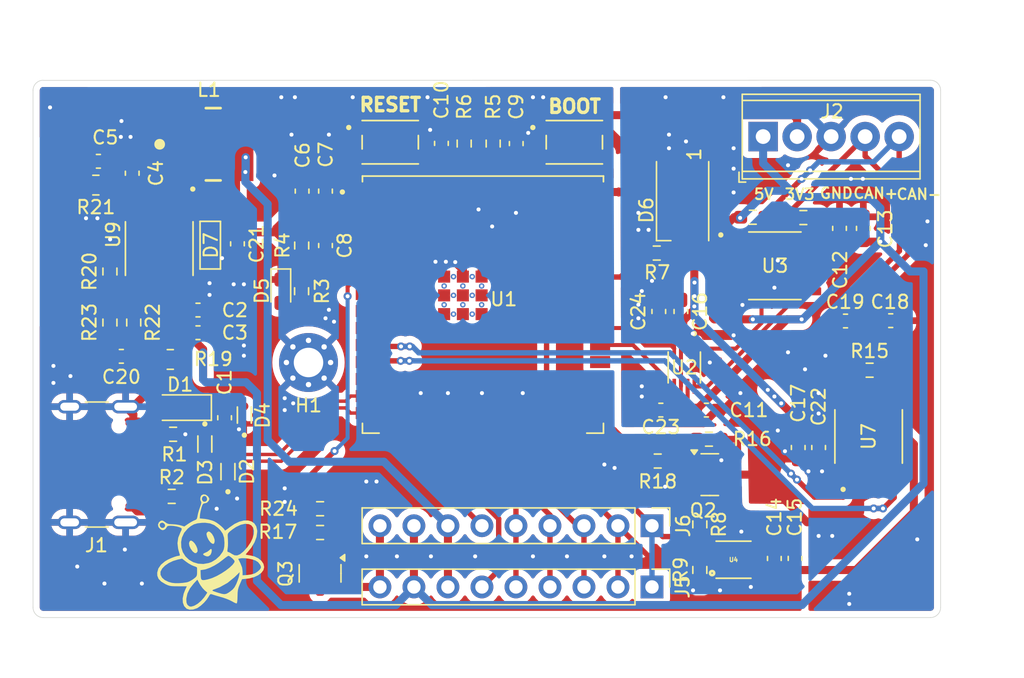
<source format=kicad_pcb>
(kicad_pcb (version 20240108) (generator "pcbnew") (generator_version "8.0")
  (layers (0 "F.Cu" signal) (31 "B.Cu" signal) (34 "B.Paste" user) (35 "F.Paste" user) (36 "B.SilkS" user "B.Silkscreen") (37 "F.SilkS" user "F.Silkscreen") (38 "B.Mask" user) (39 "F.Mask" user) (44 "Edge.Cuts" user))
  (net 0 "")
  (net 1 "VCC_5V")
  (net 2 "GND")
  (net 3 "Net-(U9-FB)")
  (net 4 "Net-(U9-COMP)")
  (net 5 "Net-(C5-Pad1)")
  (net 6 "ESP_3V3")
  (net 7 "CHIP_PU")
  (net 8 "GPIO0")
  (net 9 "Net-(C20-Pad1)")
  (net 10 "Net-(D1-A)")
  (net 11 "D+")
  (net 12 "D-")
  (net 13 "Net-(D5-A)")
  (net 15 "Net-(D6-DIN)")
  (net 16 "Net-(U9-OUT)")
  (net 19 "Net-(J1-CC2)")
  (net 20 "Net-(J1-CC1)")
  (net 21 "SPI_SCK")
  (net 22 "ADC1")
  (net 23 "SPI_MISO")
  (net 24 "I2C_SCK")
  (net 25 "SPI_MOSI")
  (net 26 "I2C_SDA")
  (net 27 "ADC2")
  (net 28 "RGB")
  (net 29 "SCL_ESP")
  (net 30 "SDA_ESP")
  (net 31 "Net-(U9-FSW)")
  (net 43 "RX_CAN")
  (net 47 "TX_CAN")
  (net 53 "GND_OUT")
  (net 54 "GND_CONN")
  (net 55 "Net-(Q2-G)")
  (net 56 "Net-(Q3-G)")
  (net 57 "MOSFET_CONN")
  (net 58 "MOSFET_OUT")
  (net 60 "CAN-")
  (net 61 "CAN+")
  (net 62 "I2C_SCL_LINE")
  (net 63 "I2C_SDA_LINE")
  (footprint "Resistor_SMD:R_0603_1608Metric_Pad0.98x0.95mm_HandSolder" (layer "F.Cu") (at 55.15 43.75 90)
    (property "Reference" "R3")
    (property "Value" "75")
  )
  (footprint "Connector_USB:USB_C_Receptacle_GCT_USB4105-xx-A_16P_TopMnt_Horizontal" (layer "F.Cu") (at 38.902 56.694 -90)
    (property "Reference" "J1")
    (property "Value" "USB_C_Receptacle_USB2.0_16P")
  )
  (footprint "Diode_SMD:Nexperia_CFP3_SOD-123W" (layer "F.Cu") (at 46.152 52.444 180)
    (property "Reference" "D1")
    (property "Value" "1N5819")
  )
  (footprint "Capacitor_SMD:C_0603_1608Metric_Pad1.08x0.95mm_HandSolder" (layer "F.Cu") (at 49.4 53.2 -90)
    (property "Reference" "C1")
    (property "Value" "10uf")
  )
  (footprint "Capacitor_SMD:C_0603_1608Metric_Pad1.08x0.95mm_HandSolder" (layer "F.Cu") (at 92.242 55.424 -90)
    (property "Reference" "C17")
    (property "Value" "100nf")
  )
  (footprint "Resistor_SMD:R_0603_1608Metric_Pad0.98x0.95mm_HandSolder" (layer "F.Cu") (at 40.835 42.278 90)
    (property "Reference" "R20")
    (property "Value" "10k")
  )
  (footprint "Resistor_SMD:R_0603_1608Metric_Pad0.98x0.95mm_HandSolder" (layer "F.Cu") (at 84.893 61.1625 -90)
    (property "Reference" "R8")
    (property "Value" "4k7")
  )
  (footprint "Capacitor_SMD:C_0603_1608Metric_Pad1.08x0.95mm_HandSolder" (layer "F.Cu") (at 97.104 39.056 90)
    (property "Reference" "C13")
    (property "Value" "100nF")
  )
  (footprint "Capacitor_SMD:C_0603_1608Metric_Pad1.08x0.95mm_HandSolder" (layer "F.Cu") (at 56.936 36.2735 90)
    (property "Reference" "C7")
    (property "Value" "100nF")
  )
  (footprint "Package_TO_SOT_SMD:SOT-23" (layer "F.Cu") (at 56.5315 64.822 -90)
    (property "Reference" "Q3")
    (property "Value" "AO3400A")
  )
  (footprint "LED_SMD:LED_0603_1608Metric_Pad1.05x0.95mm_HandSolder" (layer "F.Cu") (at 53.6 43.75 -90)
    (property "Reference" "D5")
    (property "Value" "PWRLED")
  )
  (footprint "Capacitor_SMD:C_0603_1608Metric_Pad1.08x0.95mm_HandSolder" (layer "F.Cu") (at 95.775 45.975 180)
    (property "Reference" "C19")
    (property "Value" "30pF")
  )
  (footprint "Capacitor_SMD:C_0603_1608Metric_Pad1.08x0.95mm_HandSolder" (layer "F.Cu") (at 55.188 36.2735 90)
    (property "Reference" "C6")
    (property "Value" "10uf")
  )
  (footprint "MountingHole:MountingHole_2.2mm_M2_Pad_Via" (layer "F.Cu") (at 55.666 49.074 180)
    (property "Reference" "H1")
    (property "Value" "MountingHole_Pad_MP")
  )
  (footprint "LOGO" (layer "F.Cu") (at 48.325 63.225)
    (property "Reference" "G***" (hide yes))
    (property "Value" "LOGO" (hide yes))
  )
  (footprint "Resistor_SMD:R_0603_1608Metric_Pad0.98x0.95mm_HandSolder" (layer "F.Cu") (at 67.293 32.723 -90)
    (property "Reference" "R6")
    (property "Value" "10k")
  )
  (footprint "Capacitor_SMD:C_0603_1608Metric_Pad1.08x0.95mm_HandSolder" (layer "F.Cu") (at 81.9815 52.63)
    (property "Reference" "C23")
    (property "Value" "1uf")
  )
  (footprint "Capacitor_SMD:C_0603_1608Metric_Pad1.08x0.95mm_HandSolder" (layer "F.Cu") (at 85.384 52.63)
    (property "Reference" "C11")
    (property "Value" "100nF")
  )
  (footprint "Resistor_SMD:R_0603_1608Metric_Pad0.98x0.95mm_HandSolder" (layer "F.Cu") (at 85.575 54.8)
    (property "Reference" "R16")
    (property "Value" "10k")
  )
  (footprint "Capacitor_SMD:C_0603_1608Metric_Pad1.08x0.95mm_HandSolder" (layer "F.Cu") (at 50.36 40.2105 -90)
    (property "Reference" "C21")
    (property "Value" "22uF")
  )
  (footprint "Resistor_SMD:R_0603_1608Metric_Pad0.98x0.95mm_HandSolder" (layer "F.Cu") (at 88.85 38.225 180)
    (property "Reference" "R13" (hide yes))
    (property "Value" "R")
  )
  (footprint "Resistor_SMD:R_0805_2012Metric_Pad1.20x1.40mm_HandSolder" (layer "F.Cu") (at 45.344732 48.846943)
    (property "Reference" "R19")
    (property "Value" "400k")
  )
  (footprint "PMEG2010AEH:SOD-123" (layer "F.Cu") (at 48.328 40.311 -90)
    (property "Reference" "D7")
    (property "Value" "D_Schottky")
  )
  (footprint "Capacitor_SMD:C_0603_1608Metric_Pad1.08x0.95mm_HandSolder" (layer "F.Cu") (at 83.479 45.264 -90)
    (property "Reference" "C16")
    (property "Value" "100nF")
  )
  (footprint "Capacitor_SMD:C_0603_1608Metric_Pad1.08x0.95mm_HandSolder" (layer "F.Cu") (at 90.458 63.7115 90)
    (property "Reference" "C14")
    (property "Value" "100nf")
  )
  (footprint "LESD5D5.0CT1G:TVS_LESD5D5.0CT1G" (layer "F.Cu") (at 49.65 57.225 90)
    (property "Reference" "D2")
    (property "Value" "LESD5D5.0CT1G")
  )
  (footprint "LESD5D5.0CT1G:TVS_LESD5D5.0CT1G" (layer "F.Cu") (at 50.875 53 90)
    (property "Reference" "D4")
    (property "Value" "LESD5D5.0CT1G")
  )
  (footprint "SN65HVD230:SOIC127P599X175-8N" (layer "F.Cu") (at 97.5 54.6 90)
    (property "Reference" "U7")
    (property "Value" "SN65HVD230")
  )
  (footprint "Resistor_SMD:R_0603_1608Metric_Pad0.98x0.95mm_HandSolder" (layer "F.Cu") (at 81.675 40.9)
    (property "Reference" "R7")
    (property "Value" "0R")
  )
  (footprint "Capacitor_SMD:C_0603_1608Metric_Pad1.08x0.95mm_HandSolder" (layer "F.Cu") (at 56.936 40.3375 -90)
    (property "Reference" "C8")
    (property "Value" "1uf")
  )
  (footprint "Capacitor_SMD:C_0603_1608Metric_Pad1.08x0.95mm_HandSolder" (layer "F.Cu") (at 71.181 32.723 90)
    (property "Reference" "C9")
    (property "Value" "100nF")
  )
  (footprint "Capacitor_SMD:C_0603_1608Metric_Pad1.08x0.95mm_HandSolder" (layer "F.Cu") (at 81.828 45.264 -90)
    (property "Reference" "C24")
    (property "Value" "1uf")
  )
  (footprint "Resistor_SMD:R_0603_1608Metric_Pad0.98x0.95mm_HandSolder" (layer "F.Cu") (at 84.893 64.568 90)
    (property "Reference" "R9")
    (property "Value" "4k7")
  )
  (footprint "Resistor_SMD:R_0603_1608Metric_Pad0.98x0.95mm_HandSolder" (layer "F.Cu") (at 42.613 46.088 -90)
    (property "Reference" "R22")
    (property "Value" "47k")
  )
  (footprint "Resistor_SMD:R_0603_1608Metric_Pad0.98x0.95mm_HandSolder" (layer "F.Cu") (at 56.5315 59.996)
    (property "Reference" "R24")
    (property "Value" "220")
  )
  (footprint "TCA9406DCUR:SOP50P310X90-8N" (layer "F.Cu") (at 83.733 49.4435 -90)
    (property "Reference" "U2")
    (property "Value" "TCA9406DC")
  )
  (footprint "Package_TO_SOT_SMD:SOT-23" (layer "F.Cu") (at 85.6375 57.45)
    (property "Reference" "Q2")
    (property "Value" "AO3400A")
  )
  (footprint "Resistor_SMD:R_0603_1608Metric_Pad0.98x0.95mm_HandSolder" (layer "F.Cu") (at 56.5315 61.774 180)
    (property "Reference" "R17")
    (property "Value" "10k")
  )
  (footprint "Capacitor_SMD:C_0603_1608Metric_Pad1.08x0.95mm_HandSolder" (layer "F.Cu") (at 95.326 39.056 90)
    (property "Reference" "C12")
    (property "Value" "1uf")
  )
  (footprint "Resistor_SMD:R_0603_1608Metric_Pad0.98x0.95mm_HandSolder" (layer "F.Cu") (at 45.45 59.075)
    (property "Reference" "R2")
    (property "Value" "5k1")
  )
  (footprint "Resistor_SMD:R_0603_1608Metric_Pad0.98x0.95mm_HandSolder" (layer "F.Cu") (at 40.835 46.088 -90)
    (property "Reference" "R23")
    (property "Value" "10k")
  )
  (footprint "Capacitor_SMD:C_0603_1608Metric_Pad1.08x0.95mm_HandSolder" (layer "F.Cu") (at 42.500035 34.938955 90)
    (property "Reference" "C4")
    (property "Value" "14pF")
  )
  (footprint "Resistor_SMD:R_0603_1608Metric_Pad0.98x0.95mm_HandSolder" (layer "F.Cu") (at 55.158 40.3375 90)
    (property "Reference" "R4")
    (property "Value" "10k")
  )
  (footprint "Capacitor_SMD:C_0603_1608Metric_Pad1.08x0.95mm_HandSolder" (layer "F.Cu") (at 65.593 32.7105 90)
    (property "Reference" "C10")
    (property "Value" "100nF")
  )
  (footprint "Capacitor_SMD:C_0603_1608Metric_Pad1.08x0.95mm_HandSolder" (layer "F.Cu") (at 93.766 55.424 -90)
    (property "Reference" "C22")
    (property "Value" "1uF")
  )
  (footprint "Capacitor_SMD:C_0603_1608Metric_Pad1.08x0.95mm_HandSolder" (layer "F.Cu") (at 99.15 45.95)
    (property "Reference" "C18")
    (property "Value" "30pF")
  )
  (footprint "Connector_PinHeader_2.54mm:PinHeader_1x09_P2.54mm_Vertical" (layer "F.Cu") (at 81.32 65.838 -90)
    (property "Reference" "J5")
    (property "Value" "Conn_01x09_Pin")
  )
  (footprint "Resistor_SMD:R_0603_1608Metric_Pad0.98x0.95mm_HandSolder" (layer "F.Cu") (at 92.625 38.25)
    (property "Reference" "R14" (hide yes))
    (property "Value" "R")
  )
  (footprint "LED_SMD:LED_SK6812MINI_PLCC4_3.5x3.5mm_P1.75mm" (layer "F.Cu") (at 83.606 37.023 -90)
    (property "Reference" "D6")
    (property "Value" "SK6812MINI")
  )
  (footprint "Capacitor_SMD:C_0603_1608Metric_Pad1.08x0.95mm_HandSolder" (layer "F.Cu") (at 39.975 34.047)
    (property "Reference" "C5")
    (property "Value" "33nF")
  )
  (footprint "Capacitor_SMD:C_0603_1608Metric_Pad1.08x0.95mm_HandSolder" (layer "F.Cu") (at 41.687771 48.613035)
    (property "Reference" "C20")
    (property "Value" "22nF")
  )
  (footprint "P82B715D:SOIC127P599X175-8N" (layer "F.Cu") (at 90.5 41.85)
    (property "Reference" "U3")
    (property "Value" "P82B715D")
  )
  (footprint "Resistor_SMD:R_0603_1608Metric_Pad0.98x0.95mm_HandSolder" (layer "F.Cu") (at 69.459 32.723 -90)
    (property "Reference" "R5")
    (property "Value" "10k")
  )
  (footprint "Resistor_SMD:R_0603_1608Metric_Pad0.98x0.95mm_HandSolder" (layer "F.Cu") (at 45.5545 54.434)
    (property "Reference" "R1")
    (property "Value" "5k1")
  )
  (footprint "ESP32-S3-WROOM-1U:XCVR_ESP32-S3-WROOM-1U" (layer "F.Cu") (at 68.695 44.75)
    (property "Reference" "U1")
    (property "Value" "ESP32-S3-WROOM-1U")
  )
  (footprint "LESD5D5.0CT1G:TVS_LESD5D5.0CT1G" (layer "F.Cu") (at 47.925 55.1625 -90)
    (property "Reference" "D3")
    (property "Value" "LESD5D5.0CT1G")
  )
  (footprint "PTS810_SJM_250_SMTR_LFS:SW_PTS810_SJM_250_SMTR_LFS" (layer "F.Cu") (at 75.521 32.623)
    (property "Reference" "SW1" (hide yes))
    (property "Value" "PTS810_SJM_250_SMTR_LFS" (hide yes))
  )
  (footprint "Resistor_SMD:R_0603_1608Metric_Pad0.98x0.95mm_HandSolder" (layer "F.Cu") (at 81.749 56.434)
    (property "Reference" "R18")
    (property "Value" "220")
  )
  (footprint "PTS810_SJM_250_SMTR_LFS:SW_PTS810_SJM_250_SMTR_LFS" (layer "F.Cu") (at 61.771 32.623)
    (property "Reference" "SW2" (hide yes))
    (property "Value" "PTS810_SJM_250_SMTR_LFS" (hide yes))
  )
  (footprint "Connector_PinHeader_2.54mm:PinHeader_1x09_P2.54mm_Vertical" (layer "F.Cu") (at 81.32 61.266 -90)
    (property "Reference" "J6")
    (property "Value" "Conn_01x09_Pin")
  )
  (footprint "L5987A:SOIC127P600X170-9N" (layer "F.Cu") (at 44.518 40.565 -90)
    (property "Reference" "U9")
    (property "Value" "L5987")
  )
  (footprint "Resistor_SMD:R_0603_1608Metric_Pad0.98x0.95mm_HandSolder" (layer "F.Cu") (at 97.575 49.65)
    (property "Reference" "R15")
    (property "Value" "120")
  )
  (footprint "WE-PD2_5848:WE-PD2_5848" (layer "F.Cu") (at 48.55 32.775)
    (property "Reference" "L1")
    (property "Value" "4.7uH")
  )
  (footprint "TerminalBlock_Phoenix:TerminalBlock_Phoenix_MPT-0,5-5-2.54_1x05_P2.54mm_Horizontal" (layer "F.Cu") (at 89.62 32.2)
    (property "Reference" "J2")
    (property "Value" "Conn_01x05_Pin")
  )
  (footprint "Capacitor_SMD:C_0603_1608Metric_Pad1.08x0.95mm_HandSolder" (layer "F.Cu") (at 47.4125 45.159)
    (property "Reference" "C2")
    (property "Value" "220nF")
  )
  (footprint "Capacitor_SMD:C_0603_1608Metric_Pad1.08x0.95mm_HandSolder" (layer "F.Cu") (at 47.4125 46.85)
    (property "Reference" "C3")
    (property "Value" "10uF")
  )
  (footprint "BME280:PSON65P250X250X100-8N" (layer "F.Cu") (at 87.41 63.8035 180)
    (property "Reference" "U4")
    (property "Value" "BME280")
  )
  (footprint "Capacitor_SMD:C_0603_1608Metric_Pad1.08x0.95mm_HandSolder" (layer "F.Cu") (at 92.005 63.7055 90)
    (property "Reference" "C15")
    (property "Value" "1uF")
  )
  (footprint "Resistor_SMD:R_0805_2012Metric_Pad1.20x1.40mm_HandSolder" (layer "F.Cu") (at 39.784231 35.824832 180)
    (property "Reference" "R21")
    (property "Value" "100k")
  )
  (gr_line (start 35.854 68.124) (end 102.117185 68.124) (stroke (width 0.05)) (layer "Edge.Cuts"))
  (gr_line (start 35.092 67.362) (end 35.092 28.754) (stroke (width 0.05)) (layer "Edge.Cuts"))
  (gr_line (start 102.117185 27.992) (end 35.854 28) (stroke (width 0.05)) (layer "Edge.Cuts"))
  (gr_arc (start 35.092 28.754) (mid 35.315185 28.215185) (end 35.854 27.992) (stroke (width 0.05)) (layer "Edge.Cuts"))
  (gr_arc (start 35.854 68.124) (mid 35.315185 67.900815) (end 35.092 67.362) (stroke (width 0.05)) (layer "Edge.Cuts"))
  (gr_arc (start 102.879185 67.362) (mid 102.656 67.900815) (end 102.117185 68.124) (stroke (width 0.05)) (layer "Edge.Cuts"))
  (gr_line (start 102.879185 67.362) (end 102.879185 28.754) (stroke (width 0.05)) (layer "Edge.Cuts"))
  (gr_arc (start 102.117185 27.992) (mid 102.656 28.215185) (end 102.879185 28.754) (stroke (width 0.05)) (layer "Edge.Cuts"))
  (gr_text "GND" (at 93.775 36.9 0) (layer "F.SilkS") (effects (font (size 0.8 0.8) (thickness 0.15) (bold yes)) (justify left bottom)))
  (gr_text "CAN-" (at 99.5 36.975 0) (layer "F.SilkS") (effects (font (size 0.8 0.8) (thickness 0.15) (bold yes)) (justify left bottom)))
  (gr_text "CAN+" (at 96.275 36.9 0) (layer "F.SilkS") (effects (font (size 0.8 0.8) (thickness 0.15) (bold yes)) (justify left bottom)))
  (gr_text "3V3" (at 91.15 36.975 0) (layer "F.SilkS") (effects (font (size 0.8 0.8) (thickness 0.15) (bold yes)) (justify left bottom)))
  (gr_text "5V" (at 88.85 36.975 0) (layer "F.SilkS") (effects (font (size 0.8 0.8) (thickness 0.15) (bold yes)) (justify left bottom)))
  (gr_text "RESET" (at 59.349 30.405 0) (layer "F.SilkS") (effects (font (size 1 1) (thickness 0.25) (bold yes)) (justify left bottom)))
  (gr_text "BOOT" (at 73.446 30.532 0) (layer "F.SilkS") (effects (font (size 1 1) (thickness 0.25) (bold yes)) (justify left bottom)))
  (segment (start 47.792 50.09) (end 47.792 48.092) (width 0.6) (layer "F.Cu") (net 1))
  (segment (start 92.496 45.85) (end 91.395583 45.85) (width 0.6) (layer "F.Cu") (net 1))
  (segment (start 84.615583 52.63) (end 84.5215 52.63) (width 0.6) (layer "F.Cu") (net 1))
  (segment (start 46.423 45.032) (end 46.55 45.159) (width 0.6) (layer "F.Cu") (net 1))
  (segment (start 47.792 48.092) (end 46.55 46.85) (width 0.6) (layer "F.Cu") (net 1))
  (segment (start 83.983 50.8485) (end 83.983 52.0915) (width 0.3) (layer "F.Cu") (net 1))
  (segment (start 83.983 52.0915) (end 84.5215 52.63) (width 0.3) (layer "F.Cu") (net 1))
  (segment (start 98.375 40.05) (end 97.2355 40.05) (width 0.6) (layer "F.Cu") (net 1))
  (segment (start 88.85 45.85) (end 85.97 45.85) (width 0.6) (layer "F.Cu") (net 1))
  (segment (start 47.552 52.444) (end 47.2375 52.1295) (width 0.6) (layer "F.Cu") (net 1))
  (segment (start 92.97 39.945) (end 94.775 39.945) (width 0.6) (layer "F.Cu") (net 1))
  (segment (start 50.771 52.444) (end 50.875 52.34) (width 0.6) (layer "F.Cu") (net 1))
  (segment (start 94.775 39.4875) (end 93.5375 38.25) (width 0.6) (layer "F.Cu") (net 1))
  (segment (start 91.395583 45.85) (end 84.615583 52.63) (width 0.6) (layer "F.Cu") (net 1))
  (segment (start 84.5215 52.503) (end 84.530451 52.503) (width 0.3) (layer "F.Cu") (net 1))
  (segment (start 85.8775 39.7975) (end 87.45 38.225) (width 0.6) (layer "F.Cu") (net 1))
  (segment (start 46.423 43.04) (end 46.423 45.032) (width 0.6) (layer "F.Cu") (net 1))
  (segment (start 87.45 38.225) (end 87.9375 38.225) (width 0.6) (layer "F.Cu") (net 1))
  (segment (start 47.552 52.444) (end 50.771 52.444) (width 0.6) (layer "F.Cu") (net 1))
  (segment (start 84.5215 52.63) (end 82.844 52.63) (width 0.6) (layer "F.Cu") (net 1))
  (segment (start 94.775 39.945) (end 94.775 39.4875) (width 0.6) (layer "F.Cu") (net 1))
  (segment (start 85.8775 45.7575) (end 85.8775 39.7975) (width 0.6) (layer "F.Cu") (net 1))
  (segment (start 94.775 39.945) (end 97.0775 39.945) (width 0.6) (layer "F.Cu") (net 1))
  (segment (start 46.55 45.159) (end 46.55 46.85) (width 0.6) (layer "F.Cu") (net 1))
  (segment (start 97.0775 39.945) (end 97.104 39.9185) (width 0.6) (layer "F.Cu") (net 1))
  (segment (start 97.2355 40.05) (end 97.104 39.9185) (width 0.6) (layer "F.Cu") (net 1))
  (segment (start 85.97 45.85) (end 85.8775 45.7575) (width 0.6) (layer "F.Cu") (net 1))
  (segment (start 63.54 65.838) (end 63.54 61.266) (width 0.6) (layer "F.Cu") (net 1))
  (via (at 87.9 38.275) (size 0.6) (drill 0.3) (layers "F.Cu" "B.Cu") (net 1))
  (via (at 92.496 45.85) (size 0.6) (drill 0.3) (layers "F.Cu" "B.Cu") (net 1))
  (via (at 88.85 45.85) (size 0.6) (drill 0.3) (layers "F.Cu" "B.Cu") (net 1))
  (via (at 98.375 40.05) (size 0.6) (drill 0.3) (layers "F.Cu" "B.Cu") (net 1))
  (segment (start 51.815548 65.389866) (end 51.815548 51.365548) (width 0.6) (layer "B.Cu") (net 1))
  (segment (start 91.2 36.25) (end 89.925 36.25) (width 0.6) (layer "B.Cu") (net 1))
  (segment (start 97.541764 36.716764) (end 98.375 37.55) (width 0.6) (layer "B.Cu") (net 1))
  (segment (start 64.89 67.188) (end 92.518371 67.188) (width 0.6) (layer "B.Cu") (net 1))
  (segment (start 100.6 42.275) (end 98.375 40.05) (width 0.6) (layer "B.Cu") (net 1))
  (segment (start 63.54 65.838) (end 64.89 67.188) (width 0.6) (layer "B.Cu") (net 1))
  (segment (start 47.792 50.344) (end 47.792 48.312) (width 0.6) (layer "B.Cu") (net 1))
  (segment (start 62.19 67.188) (end 53.613682 67.188) (width 0.6) (layer "B.Cu") (net 1))
  (segment (start 53.613682 67.188) (end 51.815548 65.389866) (width 0.6) (layer "B.Cu") (net 1))
  (segment (start 89.62 32.2) (end 89.62 34.195) (width 0.6) (layer "B.Cu") (net 1))
  (segment (start 93.65 36.716764) (end 97.541764 36.716764) (width 0.6) (layer "B.Cu") (net 1))
  (segment (start 92.496 45.85) (end 88.85 45.85) (width 0.6) (layer "B.Cu") (net 1))
  (segment (start 98.375 40.05) (end 92.575 45.85) (width 0.6) (layer "B.Cu") (net 1))
  (segment (start 91.4375 36.0125) (end 91.2 36.25) (width 0.6) (layer "B.Cu") (net 1))
  (segment (start 63.341 61.266) (end 63.54 61.266) (width 0.6) (layer "B.Cu") (net 1))
  (segment (start 92.518371 67.188) (end 101.6 58.106371) (width 0.6) (layer "B.Cu") (net 1))
  (segment (start 92.575 45.85) (end 92.496 45.85) (width 0.6) (layer "B.Cu") (net 1))
  (segment (start 89.62 34.195) (end 91.4375 36.0125) (width 0.6) (layer "B.Cu") (net 1))
  (segment (start 63.54 65.838) (end 62.19 67.188) (width 0.6) (layer "B.Cu") (net 1))
  (segment (start 51.815548 51.365548) (end 51 50.55) (width 0.6) (layer "B.Cu") (net 1))
  (segment (start 51 50.55) (end 47.998 50.55) (width 0.6) (layer "B.Cu") (net 1))
  (segment (start 101.6 42.275) (end 100.6 42.275) (width 0.6) (layer "B.Cu") (net 1))
  (segment (start 89.925 36.25) (end 87.9 38.275) (width 0.6) (layer "B.Cu") (net 1))
  (segment (start 101.6 58.106371) (end 101.6 42.275) (width 0.6) (layer "B.Cu") (net 1))
  (segment (start 91.4375 36.0125) (end 92.125 36.7) (width 0.6) (layer "B.Cu") (net 1))
  (segment (start 92.166413 36.716764) (end 93.65 36.716764) (width 0.6) (layer "B.Cu") (net 1))
  (segment (start 47.998 50.55) (end 47.792 50.344) (width 0.6) (layer "B.Cu") (net 1))
  (segment (start 98.375 37.55) (end 98.375 40.05) (width 0.6) (layer "B.Cu") (net 1))
  (segment (start 50.36 41.073) (end 49.416 41.073) (width 0.6) (layer "F.Cu") (net 2))
  (segment (start 81.664 36.34) (end 82.731 35.273) (width 0.6) (layer "F.Cu") (net 2))
  (segment (start 42.582 53.494) (end 42.582 52.949) (width 0.6) (layer "F.Cu") (net 2))
  (segment (start 89.025 63.837794) (end 89.025 63.119206) (width 0.4) (layer "F.Cu") (net 2))
  (segment (start 43.883 33.733) (end 42.375 32.225) (width 0.4) (layer "F.Cu") (net 2))
  (segment (start 48.275 43.15) (end 48.275 42.214) (width 0.6) (layer "F.Cu") (net 2))
  (segment (start 84.7 58.4) (end 84.725 58.425) (width 0.6) (layer "F.Cu") (net 2))
  (segment (start 46.498 54.465) (end 46.467 54.434) (width 0.4) (layer "F.Cu") (net 2))
  (segment (start 63.998 31.7) (end 63.846 31.548) (width 0.6) (layer "F.Cu") (net 2))
  (segment (start 77.873 31.548) (end 81.598 35.273) (width 0.6) (layer "F.Cu") (net 2))
  (segment (start 42.582 59.894) (end 42.881999 60.193999) (width 0.6) (layer "F.Cu") (net 2))
  (segment (start 84.65 58.35) (end 84.7 58.4) (width 0.6) (layer "F.Cu") (net 2))
  (segment (start 42.582 52.949) (end 42.007 52.374) (width 0.6) (layer "F.Cu") (net 2))
  (segment (start 72.452 31.548) (end 72.075 31.925) (width 0.6) (layer "F.Cu") (net 2))
  (segment (start 48.3275 54.0625) (end 47.925 54.465) (width 0.4) (layer "F.Cu") (net 2))
  (segment (start 48.275 46.85) (end 48.275 45.159) (width 0.6) (layer "F.Cu") (net 2))
  (segment (start 47.925 54.465) (end 46.498 54.465) (width 0.4) (layer "F.Cu") (net 2))
  (segment (start 45.153 47.603) (end 45.153 43.04) (width 0.6) (layer "F.Cu") (net 2))
  (segment (start 49.4 54.0625) (end 48.3275 54.0625) (width 0.4) (layer "F.Cu") (net 2))
  (segment (start 40.85 41.3505) (end 40.835 41.3655) (width 0.6) (layer "F.Cu") (net 2))
  (segment (start 65.15 42.015) (end 65.795 42.66) (width 0.6) (layer "F.Cu") (net 2))
  (segment (start 91.9905 62.8285) (end 92.005 62.843) (width 0.4) (layer "F.Cu") (net 2))
  (segment (start 88.734294 64.1285) (end 89.025 63.837794) (width 0.4) (layer "F.Cu") (net 2))
  (segment (start 50.4725 54.0625) (end 50.875 53.66) (width 0.4) (layer "F.Cu") (net 2))
  (segment (start 46.0655 48.628) (end 46.0655 48.5155) (width 0.6) (layer "F.Cu") (net 2))
  (segment (start 49.416 41.073) (end 49.207 41.282) (width 0.6) (layer "F.Cu") (net 2))
  (segment (start 59.696 31.548) (end 63.846 31.548) (width 0.6) (layer "F.Cu") (net 2))
  (segment (start 42.576 52.374) (end 46.0655 48.8845) (width 0.6) (layer "F.Cu") (net 2))
  (segment (start 49.4 54.0625) (end 50.4725 54.0625) (width 0.4) (layer "F.Cu") (net 2))
  (segment (start 90.464 62.843) (end 90.458 62.849) (width 0.4) (layer "F.Cu") (net 2))
  (segment (start 46.0655 48.5155) (end 45.153 47.603) (width 0.6) (layer "F.Cu") (net 2))
  (segment (start 66.625 41.575) (end 67.195 42.145) (width 0.6) (layer "F.Cu") (net 2))
  (segment (start 67.195 42.145) (end 67.195 42.66) (width 0.6) (layer "F.Cu") (net 2))
  (segment (start 65.445 31.7) (end 65.593 31.848) (width 0.6) (layer "F.Cu") (net 2))
  (segment (start 43.883 38.09) (end 43.883 33.733) (width 0.4) (layer "F.Cu") (net 2))
  (segment (start 42.881999 60.193999) (end 45.243501 60.193999) (width 0.6) (layer "F.Cu") (net 2))
  (segment (start 87.993 61.7055) (end 87.993 62.4415) (width 0.4) (layer "F.Cu") (net 2))
  (segment (start 40.85 39.875) (end 40.85 41.3505) (width 0.6) (layer "F.Cu") (net 2))
  (segment (start 92.005 62.843) (end 90.464 62.843) (width 0.4) (layer "F.Cu") (net 2))
  (segment (start 86.4 66.092) (end 86.4 64.8185) (width 0.4) (layer "F.Cu") (net 2))
  (segment (start 86.4 64.8185) (end 86.44 64.7785) (width 0.4) (layer "F.Cu") (net 2))
  (segment (start 73.446 31.548) (end 72.452 31.548) (width 0.6) (layer "F.Cu") (net 2))
  (segment (start 48.275 45.159) (end 48.275 44.025) (width 0.6) (layer "F.Cu") (net 2))
  (segment (start 88.38 64.1285) (end 88.734294 64.1285) (width 0.4) (layer "F.Cu") (net 2))
  (segment (start 64.75 31.7) (end 65.445 31.7) (width 0.6) (layer "F.Cu") (net 2))
  (segment (start 64.75 31.7) (end 63.998 31.7) (width 0.6) (layer "F.Cu") (net 2))
  (segment (start 65.15 41.55) (end 65.15 42.015) (width 0.6) (layer "F.Cu") (net 2))
  (segment (start 86.5 56.375) (end 86.5 54.8125) (width 0.6) (layer "F.Cu") (net 2))
  (segment (start 46.0655 48.8845) (end 46.0655 48.628) (width 0.6) (layer "F.Cu") (net 2))
  (segment (start 68.535 41.55) (end 68.595 41.61) (width 0.6) (layer "F.Cu") (net 2))
  (segment (start 88.38 62.8285) (end 91.9905 62.8285) (width 0.4) (layer "F.Cu") (net 2))
  (segment (start 87.993 62.4415) (end 88.38 62.8285) (width 0.4) (layer "F.Cu") (net 2))
  (segment (start 77.445 36.34) (end 81.664 36.34) (width 0.6) (layer "F.Cu") (net 2))
  (segment (start 89.025 63.119206) (end 88.734294 62.8285) (width 0.4) (layer "F.Cu") (net 2))
  (segment (start 42.007 52.374) (end 42.576 52.374) (width 0.6) (layer "F.Cu") (net 2))
  (segment (start 49.207 41.282) (end 48.328 42.161) (width 0.6) (layer "F.Cu") (net 2))
  (segment (start 48.275 44.025) (end 48.275 43.15) (width 0.6) (layer "F.Cu") (net 2))
  (segment (start 86.5 54.8125) (end 86.4875 54.8) (width 0.6) (layer "F.Cu") (net 2))
  (segment (start 65.925 41.55) (end 68.535 41.55) (width 0.6) (layer "F.Cu") (net 2))
  (segment (start 88.734294 62.8285) (end 88.38 62.8285) (width 0.4) (layer "F.Cu") (net 2))
  (segment (start 68.595 41.61) (end 68.595 42.66) (width 0.6) (layer "F.Cu") (net 2))
  (segment (start 77.596 31.548) (end 73.446 31.548) (width 0.6) (layer "F.Cu") (net 2))
  (segment (start 45.243501 60.193999) (end 46.3625 59.075) (width 0.6) (layer "F.Cu") (net 2))
  (segment (start 72.075 31.925) (end 71.2455 31.925) (width 0.6) (layer "F.Cu") (net 2))
  (segment (start 82.3 58.35) (end 84.65 58.35) (width 0.6) (layer "F.Cu") (net 2))
  (segment (start 81.598 35.273) (end 82.731 35.273) (width 0.6) (layer "F.Cu") (net 2))
  (segment (start 71.2455 31.925) (end 71.181 31.8605) (width 0.6) (layer "F.Cu") (net 2))
  (segment (start 48.275 42.214) (end 48.328 42.161) (width 0.6) (layer "F.Cu") (net 2))
  (segment (start 77.596 31.548) (end 77.873 31.548) (width 0.6) (layer "F.Cu") (net 2))
  (via (at 56.936 45.772) (size 0.6) (drill 0.3) (layers "F.Cu" "B.Cu") (net 2))
  (via (at 60.746 57.964) (size 0.6) (drill 0.3) (layers "F.Cu" "B.Cu") (net 2))
  (via (at 72.43 29.262) (size 0.6) (drill 0.3) (layers "F.Cu" "B.Cu") (net 2))
  (via (at 53.888 51.741) (size 0.6) (drill 0.3) (layers "F.Cu" "B.Cu") (net 2))
  (via (at 37.886 50.09) (size 0.6) (drill 0.3) (layers "F.Cu" "B.Cu") (net 2))
  (via (at 88.703 65.838) (size 0.6) (drill 0.3) (layers "F.Cu" "B.Cu") (net 2))
  (via (at 36.362 30.024) (size 0.6) (drill 0.3) (layers "F.Cu" "B.Cu") (net 2))
  (via (at 49.207 41.282) (size 0.6) (drill 0.3) (layers "F.Cu" "B.Cu") (net 2))
  (via (at 43.22 65.584) (size 0.6) (drill 0.3) (layers "F.Cu" "B.Cu") (net 2))
  (via (at 57.19 45.137) (size 0.6) (drill 0.3) (layers "F.Cu" "B.Cu") (net 2))
  (via (at 87.993 61.7055) (size 0.6) (drill 0.3) (layers "F.Cu" "B.Cu") (net 2))
  (via (at 41.65 32.225) (size 0.6) (drill 0.3) (layers "F.Cu" "B.Cu") (net 2))
  (via (at 71.16 37.898) (size 0.6) (drill 0.3) (layers "F.Cu" "B.Cu") (net 2))
  (via (at 86.4 66.092) (size 0.6) (drill 0.3) (layers "F.Cu" "B.Cu") (net 2))
  (via (at 73.192 29.262) (size 0.6) (drill 0.3) (layers "F.Cu" "B.Cu") (net 2))
  (via (at 79.796 63.552) (size 0.6) (drill 0.3) (layers "F.Cu" "B.Cu") (net 2))
  (via (at 66.08 51.36) (size 0.6) (drill 0.3) (layers "F.Cu" "B.Cu") (net 2))
  (via (at 40.426 65.584) (size 0.6) (drill 0.3) (layers "F.Cu" "B.Cu") (net 2))
  (via (at 77.764 63.552) (size 0.6) (drill 0.3) (layers "F.Cu" "B.Cu") (net 2))
  (via (at 86.5 56.375) (size 0.6) (drill 0.3) (layers "F.Cu" "B.Cu") (net 2))
  (via (at 42.375 32.225) (size 0.6) (drill 0.3) (layers "F.Cu" "B.Cu") (net 2))
  (via (at 41.95 63.044) (size 0.6) (drill 0.3) (layers "F.Cu" "B.Cu") (net 2))
  (via (at 64.81 63.552) (size 0.6) (drill 0.3) (layers "F.Cu" "B.Cu") (net 2))
  (via (at 53.888 52.63) (size 0.6) (drill 0.3) (layers "F.Cu" "B.Cu") (net 2))
  (via (at 50.84 43.232) (size 0.6) (drill 0.3) (layers "F.Cu" "B.Cu") (net 2))
  (via (at 50.84 48.566) (size 0.6) (drill 0.3) (layers "F.Cu" "B.Cu") (net 2))
  (via (at 50.078 43.232) (size 0.6) (drill 0.3) (layers "F.Cu" "B.Cu") (net 2))
  (via (at 64.556 29.262) (size 0.6) (drill 0.3) (layers "F.Cu" "B.Cu") (net 2))
  (via (at 65.925 41.55) (size 0.6) (drill 0.3) (layers "F.Cu" "B.Cu") (net 2))
  (via (at 84.385 66.092) (size 0.6) (drill 0.3) (layers "F.Cu" "B.Cu") (net 2))
  (via (at 69.382 38.914) (size 0.6) (drill 0.3) (layers "F.Cu" "B.Cu") (net 2))
  (via (at 82.3 58.35) (size 0.6) (drill 0.3) (layers "F.Cu" "B.Cu") (net 2))
  (via (at 46.467 54.434) (size 0.6) (drill 0.3) (layers "F.Cu" "B.Cu") (net 2))
  (via (at 54.523 52.122) (size 0.6) (drill 0.3) (layers "F.Cu" "B.Cu") (net 2))
  (via (at 59.984 63.552) (size 0.6) (drill 0.3) (layers "F.Cu" "B.Cu") (net 2))
  (via (at 57.571 46.026) (size 0.6) (drill 0.3) (layers "F.Cu" "B.Cu") (net 2))
  (via (at 50.4725 54.0625) (size 0.6) (drill 0.3) (layers "F.Cu" "B.Cu") (net 2))
  (via (at 68.366 37.644) (size 0.6) (drill 0.3) (layers "F.Cu" "B.Cu") (net 2))
  (via (at 64.048 51.36) (size 0.6) (drill 0.3) (layers "F.Cu" "B.Cu") (net 2))
  (via (at 54.65 29.262) (size 0.6) (drill 0.3) (layers "F.Cu" "B.Cu") (net 2))
  (via (at 74.97 63.552) (size 0.6) (drill 0.3) (layers "F.Cu" "B.Cu") (net 2))
  (via (at 38.394 64.314) (size 0.6) (drill 0.3) (layers "F.Cu" "B.Cu") (net 2))
  (via (at 48.275 43.15) (size 0.6) (drill 0.3) (layers "F.Cu" "B.Cu") (net 2))
  (via (at 66.625 41.575) (size 0.6) (drill 0.3) (layers "F.Cu" "B.Cu") (net 2))
  (via (at 59.984 57.964) (size 0.6) (drill 0.3) (layers "F.Cu" "B.Cu") (net 2))
  (via (at 65.15 41.55) (size 0.6) (drill 0.3) (layers "F.Cu" "B.Cu") (net 2))
  (via (at 36.616 49.328) (size 0.6) (drill 0.3) (layers "F.Cu" "B.Cu") (net 2))
  (via (at 50.332 59.234) (size 0.6) (drill 0.3) (layers "F.Cu" "B.Cu") (net 2))
  (via (at 57.19 32.056) (size 0.6) (drill 0.3) (layers "F.Cu" "B.Cu") (net 2))
  (via (at 40.85 39.875) (size 0.6) (drill 0.3) (layers "F.Cu" "B.Cu") (net 2))
  (via (at 53.888 58.472) (size 0.6) (drill 0.3) (layers "F.Cu" "B.Cu") (net 2))
  (via (at 78.526 56.948) (size 0.6) (drill 0.3) (layers "F.Cu" "B.Cu") (net 2))
  (via (at 41.696 31.04) (size 0.6) (drill 0.3) (layers "F.Cu" "B.Cu") (net 2))
  (via (at 72.43 63.552) (size 0.6) (drill 0.3) (layers "F.Cu" "B.Cu") (net 2))
  (via (at 53.888 59.488) (size 0.6) (drill 0.3) (layers "F.Cu" "B.Cu") (net 2))
  (via (at 68.62 51.36) (size 0.6) (drill 0.3) (layers "F.Cu" "B.Cu") (net 2))
  (via (at 53.126 35.104) (size 0.6) (drill 0.3) (layers "F.Cu" "B.Cu") (net 2))
  (via (at 39.05 38.3) (size 0.6) (drill 0.3) (layers "F.Cu" "B.Cu") (net 2))
  (via (at 54.396 32.056) (size 0.6) (drill 0.3) (layers "F.Cu" "B.Cu") (net 2))
  (via (at 48.808 59.996) (size 0.6) (drill 0.3) (layers "F.Cu" "B.Cu") (net 2))
  (via (at 62.27 63.552) (size 0.6) (drill 0.3) (layers "F.Cu" "B.Cu") (net 2))
  (via (at 58.968 29.262) (size 0.6) (drill 0.3) (layers "F.Cu" "B.Cu") (net 2))
  (via (at 48.275 44.025) (size 0.6) (drill 0.3) (layers "F.Cu" "B.Cu") (net 2))
  (via (at 36.616 50.598) (size 0.6) (drill 0.3) (layers "F.Cu" "B.Cu") (net 2))
  (via (at 68.112 63.552) (size 0.6) (drill 0.3) (layers "F.Cu" "B.Cu") (net 2))
  (via (at 64.75 31.7) (size 0.6) (drill 0.3) (layers "F.Cu" "B.Cu") (net 2))
  (via (at 53.634 29.262) (size 0.6) (drill 0.3) (layers "F.Cu" "B.Cu") (net 2))
  (via (at 39.9 38.3) (size 0.6) (drill 0.3) (layers "F.Cu" "B.Cu") (net 2))
  (via (at 72.075 31.925) (size 0.6) (drill 0.3) (layers "F.Cu" "B.Cu") (net 2))
  (via (at 71.668 51.36) (size 0.6) (drill 0.3) (layers "F.Cu" "B.Cu") (net 2))
  (via (at 77.764 56.694) (size 0.6) (drill 0.3) (layers "F.Cu" "B.Cu") (net 2))
  (via (at 50.84 47.804) (size 0.6) (drill 0.3) (layers "F.Cu" "B.Cu") (net 2))
  (segment (start 40.9855 43.04) (end 40.835 43.1905) (width 0.6) (layer "F.Cu") (net 3))
  (segment (start 37.416 32.76537) (end 37.61737 32.564) (width 0.6) (layer "F.Cu") (net 3))
  (segment (start 37.416 39.7715) (end 37.416 32.76537) (width 0.6) (layer "F.Cu") (net 3))
  (segment (start 42.613 43.04) (end 40.9855 43.04) (width 0.6) (layer "F.Cu") (net 3))
  (segment (start 39.3545 32.564) (end 40.8375 34.047) (width 0.6) (layer "F.Cu") (net 3))
  (segment (start 40.8375 34.047) (end 42.47058 34.047) (width 0.6) (layer "F.Cu") (net 3))
  (segment (start 40.835 43.1905) (end 40.835 45.1755) (width 0.6) (layer "F.Cu") (net 3))
  (segment (start 40.835 43.1905) (end 37.416 39.7715) (width 0.6) (layer "F.Cu") (net 3))
  (segment (start 42.47058 34.047) (end 42.500035 34.076455) (width 0.6) (layer "F.Cu") (net 3))
  (segment (start 37.61737 32.564) (end 39.3545 32.564) (width 0.6) (layer "F.Cu") (net 3))
  (segment (start 40.835 45.1755) (end 42.613 45.1755) (width 0.6) (layer "F.Cu") (net 3))
  (segment (start 42.613 38.09) (end 42.613 35.91442) (width 0.6) (layer "F.Cu") (net 4))
  (segment (start 40.911045 35.801455) (end 40.8875 35.825) (width 0.6) (layer "F.Cu") (net 4))
  (segment (start 42.613 35.91442) (end 42.500035 35.801455) (width 0.6) (layer "F.Cu") (net 4))
  (segment (start 42.500035 35.801455) (end 40.911045 35.801455) (width 0.6) (layer "F.Cu") (net 4))
  (segment (start 39.0625 35.825) (end 38.784231 35.546731) (width 0.6) (layer "F.Cu") (net 5))
  (segment (start 38.784231 34.375269) (end 39.1125 34.047) (width 0.6) (layer "F.Cu") (net 5))
  (segment (start 38.784231 35.546731) (end 38.784231 34.375269) (width 0.6) (layer "F.Cu") (net 5))
  (segment (start 87.272 63.077028) (end 87.272 62.629) (width 0.4) (layer "F.Cu") (net 6))
  (segment (start 42.613 47.0005) (end 42.613 48.550306) (width 0.6) (layer "F.Cu") (net 6))
  (segment (start 57.41 37.61) (end 59.945 37.61) (width 0.6) (layer "F.Cu") (net 6))
  (segment (start 53.256 39.068) (end 55.188 37.136) (width 0.6) (layer "F.Cu") (net 6))
  (segment (start 67.293 30.768) (end 67.125 30.6) (width 0.6) (layer "F.Cu") (net 6))
  (segment (start 84.481 38.773) (end 85.75 37.504) (width 0.6) (layer "F.Cu") (net 6))
  (segment (start 98.135 57.07) (end 98.135 56.085001) (width 0.6) (layer "F.Cu") (net 6))
  (segment (start 86.44 64.1285) (end 86.794294 64.1285) (width 0.4) (layer "F.Cu") (net 6))
  (segment (start 50.253 39.241) (end 50.36 39.348) (width 0.6) (layer "F.Cu") (net 6))
  (segment (start 96.6375 54.5875) (end 100.2875 54.5875) (width 0.6) (layer "F.Cu") (net 6))
  (segment (start 86.794294 64.1285) (end 87.266397 63.656397) (width 0.4) (layer "F.Cu") (net 6))
  (segment (start 69.525 30.6) (end 85.75 30.6) (width 0.6) (layer "F.Cu") (net 6))
  (segment (start 83.483 48.0385) (end 83.483 46.1305) (width 0.3) (layer "F.Cu") (net 6))
  (segment (start 69.459 31.8105) (end 69.459 30.666) (width 0.6) (layer "F.Cu") (net 6))
  (segment (start 53.256 39.348) (end 53.256 39.068) (width 0.6) (layer "F.Cu") (net 6))
  (segment (start 66.08 61.266) (end 66.08 65.838) (width 0.6) (layer "F.Cu") (net 6))
  (segment (start 69.459 30.666) (end 69.525 30.6) (width 0.6) (layer "F.Cu") (net 6))
  (segment (start 84.22775 45.37775) (end 83.479 46.1265) (width 0.6) (layer "F.Cu") (net 6))
  (segment (start 90.2515 64.7805) (end 90.458 64.574) (width 0.4) (layer "F.Cu") (net 6))
  (segment (start 89.969024 51.119024) (end 93.4375 54.5875) (width 0.6) (layer "F.Cu") (net 6))
  (segment (start 50.253 30.753) (end 50.253 33.615) (width 0.6) (layer "F.Cu") (net 6))
  (segment (start 84.481 38.773) (end 84.481 44.883) (width 0.6) (layer "F.Cu") (net 6))
  (segment (start 90.464 64.568) (end 90.458 64.574) (width 0.6) (layer "F.Cu") (net 6))
  (segment (start 41.575271 49.588035) (end 40.013035 49.588035) (width 0.6) (layer "F.Cu") (net 6))
  (segment (start 87.444294 64.7785) (end 86.794294 64.1285) (width 0.4) (layer "F.Cu") (net 6))
  (segment (start 49.958019 29.25) (end 50.475 29.766981) (width 0.6) (layer "F.Cu") (net 6))
  (segment (start 84.893 65.313) (end 84.893 65.4805) (width 0.4) (layer "F.Cu") (net 6))
  (segment (start 67.293 31.8105) (end 67.293 30.768) (width 0.6) (layer "F.Cu") (net 6))
  (segment (start 87.266397 63.656397) (end 87.444294 63.4785) (width 0.4) (layer "F.Cu") (net 6))
  (segment (start 39.8 29.25) (end 49.958019 29.25) (width 0.6) (layer "F.Cu") (net 6))
  (segment (start 96.551 64.574) (end 90.458 64.574) (width 0.6) (layer "F.Cu") (net 6))
  (segment (start 83.479 46.1265) (end 81.828 46.1265) (width 0.6) (layer "F.Cu") (net 6))
  (segment (start 87.272 62.629) (end 84.893 60.25) (width 0.4) (layer "F.Cu") (net 6))
  (segment (start 53.256 39.348) (end 55.158 41.25) (width 0.6) (layer "F.Cu") (net 6))
  (segment (start 56.936 37.136) (end 57.41 37.61) (width 0.6) (layer "F.Cu") (net 6))
  (segment (start 91.875 30.6) (end 92.16 30.885) (width 0.6) (layer "F.Cu") (net 6))
  (segment (start 50.253 33.615) (end 50.253 39.241) (width 0.6) (layer "F.Cu") (net 6))
  (segment (start 50.475 29.766981) (end 50.475 32.775) (width 0.6) (layer "F.Cu") (net 6))
  (segment (start 67.125 30.6) (end 69.525 30.6) (width 0.6) (layer "F.Cu") (net 6))
  (segment (start 40.013035 49.588035) (end 36.616 46.191) (width 0.6) (layer "F.Cu") (net 6))
  (segment (start 83.483 46.1305) (end 83.479 46.1265) (width 0.3) (layer "F.Cu") (net 6))
  (segment (start 85.75 30.6) (end 87 30.6) (width 0.6) (layer "F.Cu") (net 6))
  (segment (start 90.458 64.574) (end 90.2535 64.7785) (width 0.4) (layer "F.Cu") (net 6))
  (segment (start 50.253 33.615) (end 53.268 30.6) (width 0.6) (layer "F.Cu") (net 6))
  (segment (start 55.158 42.8295) (end 55.15 42.8375) (width 0.6) (layer "F.Cu") (net 6))
  (segment (start 93.4375 54.5875) (end 96.6375 54.5875) (width 0.6) (layer "F.Cu") (net 6))
  (segment (start 87.444294 63.4785) (end 88.38 63.4785) (width 0.4) (layer "F.Cu") (net 6))
  (segment (start 84.481 44.883) (end 84.481 45.1245) (width 0.6) (layer "F.Cu") (net 6))
  (segment (start 36.616 46.191) (end 36.616 32.434) (width 0.6) (layer "F.Cu") (net 6))
  (segment (start 87 30.6) (end 91.875 30.6) (width 0.6) (layer "F.Cu") (net 6))
  (segment (start 98.135 56.085001) (end 96.6375 54.5875) (width 0.6) (layer "F.Cu") (net 6))
  (segment (start 87.444294 63.249322) (end 87.444294 63.4785) (width 0.4) (layer "F.Cu") (net 6))
  (segment (start 100.878 55.178) (end 100.878 60.247) (width 0.6) (layer "F.Cu") (net 6))
  (segment (start 55.188 37.136) (end 56.936 37.136) (width 0.6) (layer "F.Cu") (net 6))
  (segment (start 84.481 45.1245) (end 84.22775 45.37775) (width 0.6) (layer "F.Cu") (net 6))
  (segment (start 83.483 48.0385) (end 83.483 50.8485) (width 0.3) (layer "F.Cu") (net 6))
  (segment (start 92.16 30.885) (end 92.16 32.2) (width 0.6) (layer "F.Cu") (net 6))
  (segment (start 55.158 41.25) (end 55.158 42.8295) (width 0.6) (layer "F.Cu") (net 6))
  (segment (start 88.38 64.7785) (end 87.444294 64.7785) (width 0.4) (layer "F.Cu") (net 6))
  (segment (start 53.268 30.6) (end 67.125 30.6) (width 0.6) (layer "F.Cu") (net 6))
  (segment (start 86.0775 64.1285) (end 84.893 65.313) (width 0.4) (layer "F.Cu") (net 6))
  (segment (start 90.2535 64.7785) (end 88.38 64.7785) (width 0.4) (layer "F.Cu") (net 6))
  (segment (start 100.878 60.247) (end 96.551 64.574) (width 0.6) (layer "F.Cu") (net 6))
  (segment (start 100.2875 54.5875) (end 100.878 55.178) (width 0.6) (layer "F.Cu") (net 6))
  (segment (start 50.36 39.348) (end 53.256 39.348) (width 0.6) (layer "F.Cu") (net 6))
  (segment (start 87.444294 63.249322) (end 87.272 63.077028) (width 0.4) (layer "F.Cu") (net 6))
  (segment (start 42.613 48.550306) (end 42.550271 48.613035) (width 0.6) (layer "F.Cu") (net 6))
  (segment (start 85.75 37.504) (end 85.75 30.6) (width 0.6) (layer "F.Cu") (net 6))
  (segment (start 42.550271 48.613035) (end 41.575271 49.588035) (width 0.6) (layer "F.Cu") (net 6))
  (segment (start 36.616 32.434) (end 39.8 29.25) (width 0.6) (layer "F.Cu") (net 6))
  (segment (start 86.44 64.1285) (end 86.0775 64.1285) (width 0.4) (layer "F.Cu") (net 6))
  (via (at 50.95 34.85) (size 0.6) (drill 0.3) (layers "F.Cu" "B.Cu") (net 6))
  (via (at 90.464 51.614) (size 0.6) (drill 0.3) (layers "F.Cu" "B.Cu") (net 6))
  (via (at 50.975 33.75) (size 0.6) (drill 0.3) (layers "F.Cu" "B.Cu") (net 6))
  (via (at 84.495 44.121) (size 0.6) (drill 0.3) (layers "F.Cu" "B.Cu") (net 6))
  (via (at 90.972 52.122) (size 0.6) (drill 0.3) (layers "F.Cu" "B.Cu") (net 6))
  (via (at 84.495 43.105) (size 0.6) (drill 0.3) (layers "F.Cu" "B.Cu") (net 6))
  (via (at 84.481 44.883) (size 0.6) (drill 0.3) (layers "F.Cu" "B.Cu") (net 6))
  (via (at 89.969024 51.119024) (size 0.6) (drill 0.3) (layers "F.Cu" "B.Cu") (net 6))
  (segment (start 90.972 52.122) (end 90.464 51.614) (width 0.6) (layer "B.Cu") (net 6))
  (segment (start 54.2375 56.4875) (end 61.3015 56.4875) (width 0.6) (layer "B.Cu") (net 6))
  (segment (start 52.618 37.243) (end 52.618 54.868) (width 0.6) (layer "B.Cu") (net 6))
  (segment (start 50.95 34.85) (end 50.975 34.825) (width 0.6) (layer "B.Cu") (net 6))
  (segment (start 50.95 34.85) (end 50.95 35.575) (width 0.6) (layer "B.Cu") (net 6))
  (segment (start 50.975 33.75) (end 50.975 34.625) (width 0.6) (layer "B.Cu") (net 6))
  (segment (start 84.495 45.645) (end 84.495 44.121) (width 0.6) (layer "B.Cu") (net 6))
  (segment (start 84.495 44.121) (end 84.495 43.105) (width 0.6) (layer "B.Cu") (net 6))
  (segment (start 50.95 35.575) (end 52.618 37.243) (width 0.6) (layer "B.Cu") (net 6))
  (segment (start 84.495 43.105) (end 84.495 42.978) (width 0.6) (layer "B.Cu") (net 6))
  (segment (start 61.3015 56.4875) (end 66.08 61.266) (width 0.6) (layer "B.Cu") (net 6))
  (segment (start 50.975 34.825) (end 50.975 33.75) (width 0.6) (layer "B.Cu") (net 6))
  (segment (start 90.464 51.614) (end 84.495 45.645) (width 0.6) (layer "B.Cu") (net 6))
  (segment (start 52.618 54.868) (end 54.2375 56.4875) (width 0.6) (layer "B.Cu") (net 6))
  (segment (start 65.6555 33.6355) (end 65.593 33.573) (width 0.304) (layer "F.Cu") (net 7))
  (segment (start 55.158 39.425) (end 56.886 39.425) (width 0.304) (layer "F.Cu") (net 7))
  (segment (start 63.846 36.033) (end 60.999 38.88) (width 0.304) (layer "F.Cu") (net 7))
  (segment (start 63.846 33.698) (end 59.696 33.698) (width 0.304) (layer "F.Cu") (net 7))
  (segment (start 63.971 33.573) (end 63.846 33.698) (width 0.304) (layer "F.Cu") (net 7))
  (segment (start 60.999 38.88) (end 59.945 38.88) (width 0.304) (layer "F.Cu") (net 7))
  (segment (start 59.945 38.88) (end 57.531 38.88) (width 0.304) (layer "F.Cu") (net 7))
  (segment (start 67.293 33.6355) (end 63.9085 33.6355) (width 0.4) (layer "F.Cu") (net 7))
  (segment (start 57.531 38.88) (end 56.936 39.475) (width 0.304) (layer "F.Cu") (net 7))
  (segment (start 63.846 33.698) (end 63.846 36.033) (width 0.304) (layer "F.Cu") (net 7))
  (segment (start 56.886 39.425) (end 56.936 39.475) (width 0.304) (layer "F.Cu") (net 7))
  (segment (start 63.9085 33.6355) (end 63.846 33.698) (width 0.4) (layer "F.Cu") (net 7))
  (segment (start 71.131 33.6355) (end 71.181 33.5855) (width 0.304) (layer "F.Cu") (net 8))
  (segment (start 71.2935 33.698) (end 71.181 33.5855) (width 0.304) (layer "F.Cu") (net 8))
  (segment (start 73.446 33.698) (end 73.446 50.001) (width 0.4) (layer "F.Cu") (net 8))
  (segment (start 77.5335 33.6355) (end 77.596 33.698) (width 0.4) (layer "F.Cu") (net 8))
  (segment (start 76.295 52.85) (end 77.445 52.85) (width 0.4) (layer "F.Cu") (net 8))
  (segment (start 73.446 50.001) (end 76.295 52.85) (width 0.4) (layer "F.Cu") (net 8))
  (segment (start 69.459 33.6355) (end 77.5335 33.6355) (width 0.4) (layer "F.Cu") (net 8))
  (segment (start 40.825271 48.613035) (end 40.825271 47.010229) (width 0.6) (layer "F.Cu") (net 9))
  (segment (start 40.825271 47.010229) (end 40.835 47.0005) (width 0.6) (layer "F.Cu") (net 9))
  (segment (start 41.203 55.14488) (end 42.05388 54.294) (width 0.3) (layer "F.Cu") (net 10))
  (segment (start 42.582 59.094) (end 42.05388 59.094) (width 0.3) (layer "F.Cu") (net 10))
  (segment (start 42.582 54.294) (end 43.280394 54.294) (width 0.6) (layer "F.Cu") (net 10))
  (segment (start 42.05388 54.294) (end 42.582 54.294) (width 0.3) (layer "F.Cu") (net 10))
  (segment (start 43.280394 54.294) (end 43.657 53.917394) (width 0.6) (layer "F.Cu") (net 10))
  (segment (start 42.05388 59.094) (end 41.203 58.24312) (width 0.3) (layer "F.Cu") (net 10))
  (segment (start 43.657 53.917394) (end 43.657 53.539) (width 0.6) (layer "F.Cu") (net 10))
  (segment (start 43.657 53.539) (end 44.752 52.444) (width 0.6) (layer "F.Cu") (net 10))
  (segment (start 41.203 58.24312) (end 41.203 55.14488) (width 0.3) (layer "F.Cu") (net 10))
  (segment (start 43.484 56.700408) (end 43.484 57.291) (width 0.254) (layer "F.Cu") (net 11))
  (segment (start 43.484 57.291) (end 43.331 57.444) (width 0.254) (layer "F.Cu") (net 11))
  (segment (start 43.331 57.444) (end 42.582 57.444) (width 0.254) (layer "F.Cu") (net 11))
  (segment (start 53.635382 56.446) (end 57.614382 52.467) (width 0.254) (layer "F.Cu") (net 11))
  (segment (start 58.819999 52.85) (end 59.945 52.85) (width 0.254) (layer "F.Cu") (net 11))
  (segment (start 58.436999 52.467) (end 58.819999 52.85) (width 0.254) (layer "F.Cu") (net 11))
  (segment (start 42.584 56.446) (end 53.635382 56.446) (width 0.254) (layer "F.Cu") (net 11))
  (segment (start 43.227592 56.444) (end 43.484 56.700408) (width 0.254) (layer "F.Cu") (net 11))
  (segment (start 57.614382 52.467) (end 58.436999 52.467) (width 0.254) (layer "F.Cu") (net 11))
  (segment (start 42.582 56.444) (end 42.584 56.446) (width 0.254) (layer "F.Cu") (net 11))
  (segment (start 42.582 56.444) (end 43.227592 56.444) (width 0.254) (layer "F.Cu") (net 11))
  (segment (start 42.582 55.944) (end 41.936408 55.944) (width 0.254) (layer "F.Cu") (net 12))
  (segment (start 41.936408 56.944) (end 42.582 56.944) (width 0.254) (layer "F.Cu") (net 12))
  (segment (start 42.584 55.942) (end 53.426618 55.942) (width 0.254) (layer "F.Cu") (net 12))
  (segment (start 53.426618 55.942) (end 57.405618 51.963) (width 0.254) (layer "F.Cu") (net 12))
  (segment (start 41.68 56.687592) (end 41.936408 56.944) (width 0.254) (layer "F.Cu") (net 12))
  (segment (start 58.819999 51.58) (end 59.945 51.58) (width 0.254) (layer "F.Cu") (net 12))
  (segment (start 41.936408 55.944) (end 41.68 56.200408) (width 0.254) (layer "F.Cu") (net 12))
  (segment (start 42.582 55.944) (end 42.584 55.942) (width 0.254) (layer "F.Cu") (net 12))
  (segment (start 41.68 56.200408) (end 41.68 56.687592) (width 0.254) (layer "F.Cu") (net 12))
  (segment (start 58.436999 51.963) (end 58.819999 51.58) (width 0.254) (layer "F.Cu") (net 12))
  (segment (start 57.405618 51.963) (end 58.436999 51.963) (width 0.254) (layer "F.Cu") (net 12))
  (segment (start 53.6375 44.6625) (end 53.6 44.625) (width 0.6) (layer "F.Cu") (net 13))
  (segment (start 55.15 44.6625) (end 53.6375 44.6625) (width 0.6) (layer "F.Cu") (net 13))
  (segment (start 82.5875 38.9165) (end 82.731 38.773) (width 0.4) (layer "F.Cu") (net 15))
  (segment (start 82.5875 40.9) (end 82.5875 38.9165) (width 0.4) (layer "F.Cu") (net 15))
  (segment (start 46.423 38.09) (end 47.957 38.09) (width 0.6) (layer "F.Cu") (net 16))
  (segment (start 47.957 38.09) (end 48.328 38.461) (width 0.6) (layer "F.Cu") (net 16))
  (segment (start 46.423 38.09) (end 46.423 33.635) (width 0.6) (layer "F.Cu") (net 16))
  (segment (start 46.423 33.635) (end 46.403 33.615) (width 0.6) (layer "F.Cu") (net 16))
  (segment (start 43.9065 58.444) (end 44.5375 59.075) (width 0.2) (layer "F.Cu") (net 19))
  (segment (start 42.582 58.444) (end 43.9065 58.444) (width 0.2) (layer "F.Cu") (net 19))
  (segment (start 43.632 55.444) (end 44.642 54.434) (width 0.3) (layer "F.Cu") (net 20))
  (segment (start 42.582 55.444) (end 43.632 55.444) (width 0.3) (layer "F.Cu") (net 20))
  (segment (start 73.7 61.266) (end 73.7 65.838) (width 0.4) (layer "F.Cu") (net 21))
  (segment (start 73.7 60.47) (end 73.7 61.266) (width 0.4) (layer "F.Cu") (net 21))
  (segment (start 68.06 54.1) (end 68.06 54.83) (width 0.4) (layer "F.Cu") (net 21))
  (segment (start 68.06 54.83) (end 73.7 60.47) (width 0.4) (layer "F.Cu") (net 21))
  (segment (start 65.52 54.1) (end 65.52 56.398233) (width 0.4) (layer "F.Cu") (net 22))
  (segment (start 69.87 60.748233) (end 69.87 64.588) (width 0.4) (layer "F.Cu") (net 22))
  (segment (start 65.52 56.398233) (end 69.87 60.748233) (width 0.4) (layer "F.Cu") (net 22))
  (segment (start 69.87 64.588) (end 68.62 65.838) (width 0.4) (layer "F.Cu") (net 22))
  (segment (start 69.33 54.83) (end 75.766 61.266) (width 0.4) (layer "F.Cu") (net 23))
  (segment (start 75.766 61.266) (end 76.24 61.266) (width 0.4) (layer "F.Cu") (net 23))
  (segment (start 76.24 65.838) (end 76.24 61.266) (width 0.4) (layer "F.Cu") (net 23))
  (segment (start 69.33 54.1) (end 69.33 54.83) (width 0.4) (layer "F.Cu") (net 23))
  (segment (start 82.129 62.075) (end 81.32 61.266) (width 0.4) (layer "F.Cu") (net 24))
  (segment (start 74.915 57.875) (end 77.929 57.875) (width 0.4) (layer "F.Cu") (net 24))
  (segment (start 84.893 62.075) (end 82.129 62.075) (width 0.4) (layer "F.Cu") (net 24))
  (segment (start 71.87 54.83) (end 74.915 57.875) (width 0.4) (layer "F.Cu") (net 24))
  (segment (start 77.929 57.875) (end 81.32 61.266) (width 0.4) (layer "F.Cu") (net 24))
  (segment (start 85.6465 62.8285) (end 84.893 62.075) (width 0.4) (layer "F.Cu") (net 24))
  (segment (start 86.44 62.8285) (end 85.6465 62.8285) (width 0.4) (layer "F.Cu") (net 24))
  (segment (start 71.87 54.1) (end 71.87 54.83) (width 0.4) (layer "F.Cu") (net 24))
  (segment (start 81.32 61.266) (end 81.32 65.838) (width 0.4) (layer "B.Cu") (net 24))
  (segment (start 66.79 54.83) (end 66.79 54.1) (width 0.4) (layer "F.Cu") (net 25))
  (segment (start 71.16 61.266) (end 71.16 59.2) (width 0.4) (layer "F.Cu") (net 25))
  (segment (start 71.16 59.2) (end 66.79 54.83) (width 0.4) (layer "F.Cu") (net 25))
  (segment (start 71.16 65.838) (end 71.16 61.266) (width 0.4) (layer "F.Cu") (net 25))
  (segment (start 75.989 58.475) (end 78.78 61.266) (width 0.4) (layer "F.Cu") (net 26))
  (segment (start 73.925 58.475) (end 75.989 58.475) (width 0.4) (layer "F.Cu") (net 26))
  (segment (start 70.6 55.15) (end 73.925 58.475) (width 0.4) (layer "F.Cu") (net 26))
  (segment (start 81.1695 63.6555) (end 84.893 63.6555) (width 0.4) (layer "F.Cu") (net 26))
  (segment (start 84.893 63.6555) (end 85.07 63.4785) (width 0.4) (layer "F.Cu") (net 26))
  (segment (start 70.6 54.1) (end 70.6 55.15) (width 0.4) (layer "F.Cu") (net 26))
  (segment (start 85.07 63.4785) (end 86.44 63.4785) (width 0.4) (layer "F.Cu") (net 26))
  (segment (start 78.78 61.266) (end 78.78 65.838) (width 0.4) (layer "F.Cu") (net 26))
  (segment (start 78.78 61.266) (end 81.1695 63.6555) (width 0.4) (layer "F.Cu") (net 26))
  (segment (start 68.62 61.266) (end 64.25 56.896) (width 0.4) (layer "F.Cu") (net 27))
  (segment (start 64.25 56.896) (end 64.25 54.1) (width 0.4) (layer "F.Cu") (net 27))
  (segment (start 77.445 42.69) (end 78.9725 42.69) (width 0.4) (layer "F.Cu") (net 28))
  (segment (start 78.9725 42.69) (end 80.7625 40.9) (width 0.4) (layer "F.Cu") (net 28))
  (segment (start 79.9045 47.77) (end 77.445 47.77) (width 0.3) (layer "F.Cu") (net 29))
  (segment (start 82.983 50.8485) (end 79.9045 47.77) (width 0.3) (layer "F.Cu") (net 29))
  (segment (start 82.7485 47.804) (end 80.812 47.804) (width 0.3) (layer "F.Cu") (net 30))
  (segment (start 82.983 48.0385) (end 82.7485 47.804) (width 0.3) (layer "F.Cu") (net 30))
  (segment (start 80.812 47.804) (end 79.508 46.5) (width 0.3) (layer "F.Cu") (net 30))
  (segment (start 79.508 46.5) (end 77.445 46.5) (width 0.3) (layer "F.Cu") (net 30))
  (segment (start 44.2405 48.628) (end 43.875 48.2625) (width 0.6) (layer "F.Cu") (net 31))
  (segment (start 43.875 43.048) (end 43.883 43.04) (width 0.6) (layer "F.Cu") (net 31))
  (segment (start 43.875 48.2625) (end 43.875 43.048) (width 0.6) (layer "F.Cu") (net 31))
  (segment (start 98.6 59.975) (end 98.575 59.975) (width 0.4) (layer "F.Cu") (net 43))
  (segment (start 98.6 59.975) (end 98.59 59.985) (width 0.4) (layer "F.Cu") (net 43))
  (segment (start 99.405 57.07) (end 99.405 59.17) (width 0.4) (layer "F.Cu") (net 43))
  (segment (start 97.875 59.975) (end 97.65 59.975) (width 0.4) (layer "F.Cu") (net 43))
  (segment (start 59.945 49.04) (end 60.035 48.95) (width 0.4) (layer "F.Cu") (net 43))
  (segment (start 98.575 59.975) (end 97.875 59.975) (width 0.4) (layer "F.Cu") (net 43))
  (segment (start 99.405 59.17) (end 98.6 59.975) (width 0.4) (layer "F.Cu") (net 43))
  (segment (start 60.035 48.95) (end 63.475 48.95) (width 0.4) (layer "F.Cu") (net 43))
  (via (at 97.875 59.975) (size 0.6) (drill 0.3) (layers "F.Cu" "B.Cu") (net 43))
  (via (at 62.55 48.95) (size 0.6) (drill 0.3) (layers "F.Cu" "B.Cu") (net 43))
  (via (at 98.575 59.975) (size 0.6) (drill 0.3) (layers "F.Cu" "B.Cu") (net 43))
  (via (at 63.2 48.95) (size 0.6) (drill 0.3) (layers "F.Cu" "B.Cu") (net 43))
  (segment (start 93.3 59.975) (end 98.6 59.975) (width 0.4) (layer "B.Cu") (net 43))
  (segment (start 63.2 48.95) (end 62.55 48.95) (width 0.4) (layer "B.Cu") (net 43))
  (segment (start 98.6 59.975) (end 98.65 59.925) (width 0.4) (layer "B.Cu") (net 43))
  (segment (start 82.275 48.95) (end 93.3 59.975) (width 0.4) (layer "B.Cu") (net 43))
  (segment (start 62.55 48.95) (end 62.5 48.95) (width 0.4) (layer "B.Cu") (net 43))
  (segment (start 63.475 48.95) (end 82.275 48.95) (width 0.4) (layer "B.Cu") (net 43))
  (segment (start 63.475 48.95) (end 63.2 48.95) (width 0.4) (layer "B.Cu") (net 43))
  (segment (start 92.15 57.825) (end 91.7 57.375) (width 0.4) (layer "F.Cu") (net 47))
  (segment (start 60.05 47.875) (end 59.945 47.77) (width 0.4) (layer "F.Cu") (net 47))
  (segment (start 91.65 57.33505) (end 92.207475 57.892525) (width 0.4) (layer "F.Cu") (net 47))
  (segment (start 91.65 57.325) (end 91.65 57.33505) (width 0.4) (layer "F.Cu") (net 47))
  (segment (start 62.525 47.875) (end 63.425 47.875) (width 0.4) (layer "F.Cu") (net 47))
  (segment (start 95.595 59.12) (end 95.6 59.125) (width 0.4) (layer "F.Cu") (net 47))
  (segment (start 95.6 59.125) (end 93.45 59.125) (width 0.4) (layer "F.Cu") (net 47))
  (segment (start 93.45 59.125) (end 92.15 57.825) (width 0.4) (layer "F.Cu") (net 47))
  (segment (start 62.525 47.875) (end 60.05 47.875) (width 0.4) (layer "F.Cu") (net 47))
  (segment (start 91.7 57.375) (end 91.65 57.325) (width 0.4) (layer "F.Cu") (net 47))
  (segment (start 95.595 57.07) (end 95.595 59.12) (width 0.4) (layer "F.Cu") (net 47))
  (via (at 62.575 47.875) (size 0.6) (drill 0.3) (layers "F.Cu" "B.Cu") (net 47))
  (via (at 92.15 57.825) (size 0.6) (drill 0.3) (layers "F.Cu" "B.Cu") (net 47))
  (via (at 91.7 57.375) (size 0.6) (drill 0.3) (layers "F.Cu" "B.Cu") (net 47))
  (via (at 63.225 47.875) (size 0.6) (drill 0.3) (layers "F.Cu" "B.Cu") (net 47))
  (segment (start 82.66495 48.35) (end 63.9 48.35) (width 0.4) (layer "B.Cu") (net 47))
  (segment (start 62.575 47.875) (end 62.55 47.875) (width 0.4) (layer "B.Cu") (net 47))
  (segment (start 63.425 47.875) (end 63.225 47.875) (width 0.4) (layer "B.Cu") (net 47))
  (segment (start 63.9 48.35) (end 63.425 47.875) (width 0.4) (layer "B.Cu") (net 47))
  (segment (start 92.207475 57.892525) (end 82.66495 48.35) (width 0.4) (layer "B.Cu") (net 47))
  (segment (start 63.225 47.875) (end 62.575 47.875) (width 0.4) (layer "B.Cu") (net 47))
  (segment (start 83.983 47.3) (end 83.983 48.0385) (width 0.3) (layer "F.Cu") (net 53))
  (segment (start 96.865 60.235) (end 96.865 57.07) (width 0.6) (layer "F.Cu") (net 53))
  (segment (start 86.146 52.63) (end 85.171 53.605) (width 0.6) (layer "F.Cu") (net 53))
  (segment (start 95.326 38.1935) (end 97.104 38.1935) (width 0.4) (layer "F.Cu") (net 53))
  (segment (start 84.368 46.915) (end 87.289 46.915) (width 0.3) (layer "F.Cu") (net 53))
  (segment (start 96.865 57.46741) (end 96.865 57.07) (width 0.2) (layer "F.Cu") (net 53))
  (segment (start 84.368 46.915) (end 83.983 47.3) (width 0.3) (layer "F.Cu") (net 53))
  (segment (start 82.094 53.605) (end 81.119 52.63) (width 0.6) (layer "F.Cu") (net 53))
  (segment (start 81.828 44.4015) (end 81.2195 44.4015) (width 0.6) (layer "F.Cu") (net 53))
  (segment (start 81.2195 44.4015) (end 80.558 43.74) (width 0.6) (layer "F.Cu") (net 53))
  (segment (start 88.075 44.775) (end 88.075 43.8) (width 0.6) (layer "F.Cu") (net 53))
  (segment (start 96.1 61) (end 96.865 60.235) (width 0.6) (layer "F.Cu") (net 53))
  (segment (start 91.25 55.7) (end 89.5 57.45) (width 0.6) (layer "F.Cu") (net 53))
  (segment (start 89.5 57.45) (end 88.775 57.45) (width 0.6) (layer "F.Cu") (net 53))
  (segment (start 89.35 57.45) (end 92.9 61) (width 0.6) (layer "F.Cu") (net 53))
  (segment (start 88.775 57.45) (end 89.35 57.45) (width 0.6) (layer "F.Cu") (net 53))
  (segment (start 92.9 61) (end 96.1 61) (width 0.6) (layer "F.Cu") (net 53))
  (segment (start 85.171 53.605) (end 82.094 53.605) (width 0.6) (layer "F.Cu") (net 53))
  (segment (start 86.2465 52.63) (end 86.654 52.63) (width 0.6) (layer "F.Cu") (net 53))
  (segment (start 87.289 46.915) (end 87.416 47.042) (width 0.3) (layer "F.Cu") (net 53))
  (segment (start 83.479 44.4015) (end 81.828 44.4015) (width 0.6) (layer "F.Cu") (net 53))
  (segment (start 86.2465 52.63) (end 86.146 52.63) (width 0.6) (layer "F.Cu") (net 53))
  (segment (start 86.575 57.45) (end 88.775 57.45) (width 0.6) (layer "F.Cu") (net 53))
  (segment (start 88.075 43.8) (end 88.03 43.755) (width 0.6) (layer "F.Cu") (net 53))
  (segment (start 86.654 52.63) (end 87.924 51.36) (width 0.6) (layer "F.Cu") (net 53))
  (via (at 91.48 34.342) (size 0.6) (drill 0.3) (layers "F.Cu" "B.Cu") (net 53))
  (via (at 91.25 55.7) (size 0.6) (drill 0.3) (layers "F.Cu" "B.Cu") (net 53))
  (via (at 87.416 47.042) (size 0.6) (drill 0.3) (layers "F.Cu" "B.Cu") (net 53))
  (via (at 80.558 51.614) (size 0.6) (drill 0.3) (layers "F.Cu" "B.Cu") (net 53))
  (via (at 80.558 43.74) (size 0.6) (drill 0.3) (layers "F.Cu" "B.Cu") (net 53))
  (via (at 83.86 32.564) (size 0.6) (drill 0.3) (layers "F.Cu" "B.Cu") (net 53))
  (via (at 90.718 41.454) (size 0.6) (drill 0.3) (layers "F.Cu" "B.Cu") (net 53))
  (via (at 93.004 57.202) (size 0.6) (drill 0.3) (layers "F.Cu" "B.Cu") (net 53))
  (via (at 93.766 51.36) (size 0.6) (drill 0.3) (layers "F.Cu" "B.Cu") (net 53))
  (via (at 94.782 62.028) (size 0.6) (drill 0.3) (layers "F.Cu" "B.Cu") (net 53))
  (via (at 80.304 37.898) (size 0.6) (drill 0.3) (layers "F.Cu" "B.Cu") (net 53))
  (via (at 81.32 42.978) (size 0.6) (drill 0.3) (layers "F.Cu" "B.Cu") (net 53))
  (via (at 90.464 43.486) (size 0.6) (drill 0.3) (layers "F.Cu" "B.Cu") (net 53))
  (via (at 93.766 52.884) (size 0.6) (drill 0.3) (layers "F.Cu" "B.Cu") (net 53))
  (via (at 101.132 62.282) (size 0.6) (drill 0.3) (layers "F.Cu" "B.Cu") (net 53))
  (via (at 87.924 51.36) (size 0.6) (drill 0.3) (layers "F.Cu" "B.Cu") (net 53))
  (via (at 93.766 62.028) (size 0.6) (drill 0.3) (layers "F.Cu" "B.Cu") (net 53))
  (via (at 96.052 67.108) (size 0.6) (drill 0.3) (layers "F.Cu" "B.Cu") (net 53))
  (via (at 82.336 29.262) (size 0.6) (drill 0.3) (layers "F.Cu" "B.Cu") (net 53))
  (via (at 91.48 48.312) (size 0.6) (drill 0.3) (layers "F.Cu" "B.Cu") (net 53))
  (via (at 87.416 33.072) (size 0.6) (drill 0.3) (layers "F.Cu" "B.Cu") (net 53))
  (via (at 85.638 49.074) (size 0.6) (drill 0.3) (layers "F.Cu" "B.Cu") (net 53))
  (via (at 87.416 36.374) (size 0.6) (drill 0.3) (layers "F.Cu" "B.Cu") (net 53))
  (via (at 80.558 50.852) (size 0.6) (drill 0.3) (layers "F.Cu" "B.Cu") (net 53))
  (via (at 90.718 54.154) (size 0.6) (drill 0.3) (layers "F.Cu" "B.Cu") (net 53))
  (via (at 82.59 33.072) (size 0.6) (drill 0.3) (layers "F.Cu" "B.Cu") (net 53))
  (via (at 88.075 44.775) (size 0.6) (drill 0.3) (layers "F.Cu" "B.Cu") (net 53))
  (via (at 101.767 40.311) (size 0.6) (drill 0.3) (layers "F.Cu" "B.Cu") (net 53))
  (via (at 80.304 45.772) (size 0.6) (drill 0.3) (layers "F.Cu" "B.Cu") (net 53))
  (via (at 87.416 34.596) (size 0.6) (drill 0.3) (layers "F.Cu" "B.Cu") (net 53))
  (via (at 80.304 44.756) (size 0.6) (drill 0.3) (layers "F.Cu" "B.Cu") (net 53))
  (via (at 94.274 48.566) (size 0.6) (drill 0.3) (layers "F.Cu" "B.Cu") (net 53))
  (via (at 101.894 38.533) (size 0.6) (drill 0.3) (layers "F.Cu" "B.Cu") (net 53))
  (via (at 96.179 35.358) (size 0.6) (drill 0.3) (layers "F.Cu" "B.Cu") (net 53))
  (via (at 81.066 39.168) (size 0.6) (drill 0.3) (layers "F.Cu" "B.Cu") (net 53))
  (via (at 86.654 29.262) (size 0.6) (drill 0.3) (layers "F.Cu" "B.Cu") (net 53))
  (via (at 82.59 32.056) (size 0.6) (drill 0.3) (layers "F.Cu" "B.Cu") (net 53))
  (via (at 80.304 39.168) (size 0.6) (drill 0.3) (layers "F.Cu" "B.Cu") (net 53))
  (via (at 84.368 46.915) (size 0.6) (drill 0.3) (layers "F.Cu" "B.Cu") (net 53))
  (via (at 97.068 35.358) (size 0.6) (drill 0.3) (layers "F.Cu" "B.Cu") (net 53))
  (via (at 94.02 57.202) (size 0.6) (drill 0.3) (layers "F.Cu" "B.Cu") (net 53))
  (via (at 92.75 49.582) (size 0.6) (drill 0.3) (layers "F.Cu" "B.Cu") (net 53))
  (via (at 96.052 66.346) (size 0.6) (drill 0.3) (layers "F.Cu" "B.Cu") (net 53))
  (segment (start 86.4 44.756) (end 88.056 44.756) (width 0.6) (layer "B.Cu") (net 53))
  (segment (start 93.1 30.6) (end 87.85 30.6) (width 0.6) (layer "B.Cu") (net 53))
  (segment (start 94.7 32.2) (end 93.1 30.6) (width 0.6) (layer "B.Cu") (net 53))
  (segment (start 88.056 44.756) (end 88.075 44.775) (width 0.6) (layer "B.Cu") (net 53))
  (segment (start 86.225 32.225) (end 86.225 44.581) (width 0.6) (layer "B.Cu") (net 53))
  (segment (start 86.225 44.581) (end 86.4 44.756) (width 0.6) (layer "B.Cu") (net 53))
  (segment (start 87.85 30.6) (end 86.225 32.225) (width 0.6) (layer "B.Cu") (net 53))
  (segment (start 61 61.266) (end 61 65.838) (width 0.6) (layer "F.Cu") (net 54))
  (segment (start 56.61 65.838) (end 56.5315 65.7595) (width 0.6) (layer "F.Cu") (net 54))
  (segment (start 61 65.838) (end 56.61 65.838) (width 0.6) (layer "F.Cu") (net 54))
  (segment (start 84.6625 56.4625) (end 84.7 56.5) (width 0.6) (layer "F.Cu") (net 55))
  (segment (start 82.7275 56.5) (end 82.6615 56.434) (width 0.6) (layer "F.Cu") (net 55))
  (segment (start 84.6625 54.8) (end 84.6625 56.4625) (width 0.6) (layer "F.Cu") (net 55))
  (segment (start 84.7 56.5) (end 82.7275 56.5) (width 0.6) (layer "F.Cu") (net 55))
  (segment (start 57.4815 63.8845) (end 57.4815 60.0335) (width 0.6) (layer "F.Cu") (net 56))
  (segment (start 57.4815 60.0335) (end 57.444 59.996) (width 0.6) (layer "F.Cu") (net 56))
  (segment (start 58.587 43.418) (end 59.315 42.69) (width 0.3) (layer "F.Cu") (net 57))
  (segment (start 59.315 42.69) (end 59.945 42.69) (width 0.3) (layer "F.Cu") (net 57))
  (segment (start 58.587 44.125) (end 58.587 43.418) (width 0.3) (layer "F.Cu") (net 57))
  (segment (start 55.619 57.681) (end 55.619 59.996) (width 0.4) (layer "F.Cu") (net 57))
  (segment (start 57.6125 55.6875) (end 55.619 57.681) (width 0.4) (layer "F.Cu") (net 57))
  (via (at 58.587 44.125) (size 0.6) (drill 0.3) (layers "F.Cu" "B.Cu") (net 57))
  (via (at 57.6125 55.6875) (size 0.6) (drill 0.3) (layers "F.Cu" "B.Cu") (net 57))
  (segment (start 58.587 54.713) (end 57.6125 55.6875) (width 0.3) (layer "B.Cu") (net 57))
  (segment (start 58.587 44.125) (end 58.587 54.713) (width 0.3) (layer "B.Cu") (net 57))
  (segment (start 58.587 44.125) (end 58.562 44.1) (width 0.3) (layer "B.Cu") (net 57))
  (segment (start 78.5025 54.1) (end 80.8365 56.434) (width 0.4) (layer "F.Cu") (net 58))
  (segment (start 75.68 54.1) (end 78.5025 54.1) (width 0.4) (layer "F.Cu") (net 58))
  (segment (start 89.014999 41.215) (end 89.7625 40.467499) (width 0.4) (layer "F.Cu") (net 60))
  (segment (start 98.135 51.935) (end 98.125 51.925) (width 0.4) (layer "F.Cu") (net 60))
  (segment (start 98.2875 50.499999) (end 98.2875 43.17212) (width 0.4) (layer "F.Cu") (net 60))
  (segment (start 100.45 35.786092) (end 99.78 35.116092) (width 0.4) (layer "F.Cu") (net 60))
  (segment (start 99.78 35.116092) (end 99.78 32.2) (width 0.4) (layer "F.Cu") (net 60))
  (segment (start 98.135 50.652499) (end 98.2875 50.499999) (width 0.4) (layer "F.Cu") (net 60))
  (segment (start 100.45 41.00962) (end 100.45 35.786092) (width 0.4) (layer "F.Cu") (net 60))
  (segment (start 89.7625 40.467499) (end 89.7625 38.225) (width 0.4) (layer "F.Cu") (net 60))
  (segment (start 98.2875 43.17212) (end 100.45 41.00962) (width 0.4) (layer "F.Cu") (net 60))
  (segment (start 98.135 52.13) (end 98.135 51.935) (width 0.4) (layer "F.Cu") (net 60))
  (segment (start 89.7625 38.225) (end 89.7625 38.0915) (width 0.4) (layer "F.Cu") (net 60))
  (segment (start 89.7625 38.0915) (end 93.258 34.596) (width 0.4) (layer "F.Cu") (net 60))
  (segment (start 88.03 41.215) (end 89.014999 41.215) (width 0.4) (layer "F.Cu") (net 60))
  (segment (start 98.135 52.13) (end 98.135 50.652499) (width 0.4) (layer "F.Cu") (net 60))
  (via (at 93.131 34.723) (size 0.6) (drill 0.3) (layers "F.Cu" "B.Cu") (net 60))
  (via (at 92.496 35.358) (size 0.6) (drill 0.3) (layers "F.Cu" "B.Cu") (net 60))
  (segment (start 92.496 35.358) (end 92.369 35.485) (width 0.4) (layer "B.Cu") (net 60))
  (segment (start 99.78 32.2) (end 97.892 34.088) (width 0.4) (layer "B.Cu") (net 60))
  (segment (start 93.766 34.088) (end 93.131 34.723) (width 0.4) (layer "B.Cu") (net 60))
  (segment (start 97.892 34.088) (end 93.766 34.088) (width 0.4) (layer "B.Cu") (net 60))
  (segment (start 93.131 34.723) (end 92.496 35.358) (width 0.4) (layer "B.Cu") (net 60))
  (segment (start 96.865 51.96) (end 96.875 51.95) (width 0.4) (layer "F.Cu") (net 61))
  (segment (start 92.115 41.215) (end 92.97 41.215) (width 0.4) (layer "F.Cu") (net 61))
  (segment (start 96.865 52.13) (end 96.865 50.652499) (width 0.4) (layer "F.Cu") (net 61))
  (segment (start 91.585 38.3775) (end 91.585 40.685) (width 0.4) (layer "F.Cu") (net 61))
  (segment (start 91.7125 38.25) (end 91.585 38.3775) (width 0.4) (layer "F.Cu") (net 61))
  (segment (start 97.24 33.66) (end 97.24 32.2) (width 0.4) (layer "F.Cu") (net 61))
  (segment (start 99.8 36.22) (end 97.24 33.66) (width 0.4) (layer "F.Cu") (net 61))
  (segment (start 91.7125 37.7275) (end 97.24 32.2) (width 0.4) (layer "F.Cu") (net 61))
  (segment (start 91.7125 38.25) (end 91.7125 37.7275) (width 0.4) (layer "F.Cu") (net 61))
  (segment (start 99.8 40.74038) (end 99.8 36.22) (width 0.4) (layer "F.Cu") (net 61))
  (segment (start 96.865 50.652499) (end 96.6625 50.449999) (width 0.4) (layer "F.Cu") (net 61))
  (segment (start 96.6625 50.449999) (end 96.6625 43.87788) (width 0.4) (layer "F.Cu") (net 61))
  (segment (start 91.585 40.685) (end 92.115 41.215) (width 0.4) (layer "F.Cu") (net 61))
  (segment (start 96.6625 43.87788) (end 99.8 40.74038) (width 0.4) (layer "F.Cu") (net 61))
  (segment (start 96.865 52.13) (end 96.865 51.96) (width 0.4) (layer "F.Cu") (net 61))
  (segment (start 91.985001 42.485) (end 92.97 42.485) (width 0.3) (layer "F.Cu") (net 62))
  (segment (start 91.6 42.870001) (end 91.985001 42.485) (width 0.3) (layer "F.Cu") (net 62))
  (segment (start 85.462845 50.8635) (end 84.498 50.8635) (width 0.3) (layer "F.Cu") (net 62))
  (segment (start 84.498 50.8635) (end 84.483 50.8485) (width 0.3) (layer "F.Cu") (net 62))
  (segment (start 91.6 42.870001) (end 91.6 44.726345) (width 0.3) (layer "F.Cu") (net 62))
  (segment (start 91.6 44.726345) (end 85.462845 50.8635) (width 0.3) (layer "F.Cu") (net 62))
  (segment (start 89.5 42.970001) (end 89.5 46.119239) (width 0.3) (layer "F.Cu") (net 63))
  (segment (start 89.014999 42.485) (end 89.5 42.970001) (width 0.3) (layer "F.Cu") (net 63))
  (segment (start 88.03 42.485) (end 89.014999 42.485) (width 0.3) (layer "F.Cu") (net 63))
  (segment (start 89.5 46.119239) (end 87.580739 48.0385) (width 0.3) (layer "F.Cu") (net 63))
  (segment (start 87.580739 48.0385) (end 84.483 48.0385) (width 0.3) (layer "F.Cu") (net 63))
  (zone (net 53) (net_name "GND_OUT") (layers "F&B.Cu") (priority 1) (connect_pads (clearance 0.5)) (min_thickness 0.25) (fill yes (thermal_gap 0.5) (thermal_bridge_width 0.5))
    (polygon (pts (xy 78.925 25.3) (xy 79.034 53.9) (xy 88.45 53.875) (xy 88.559 59.615) (xy 93.004 59.65) (xy 93.004 69.648) (xy 106.775 69.975) (xy 106.775 25.05)))
  )
  (zone (net 2) (net_name "GND") (layers "F&B.Cu") (connect_pads (clearance 0.5)) (min_thickness 0.25) (fill yes (thermal_gap 0.5) (thermal_bridge_width 0.5))
    (polygon (pts (xy 32.7 22) (xy 109.125 22) (xy 108.325 72.65) (xy 32.625 72.15)))
  )
)
</source>
